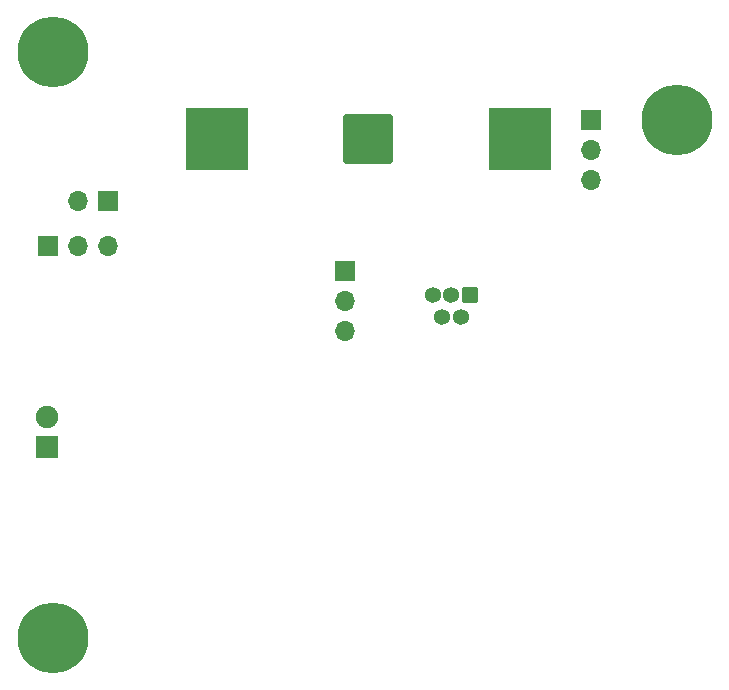
<source format=gbs>
G04 #@! TF.GenerationSoftware,KiCad,Pcbnew,7.0.9*
G04 #@! TF.CreationDate,2024-04-19T14:00:08+02:00*
G04 #@! TF.ProjectId,FishIoT,46697368-496f-4542-9e6b-696361645f70,rev?*
G04 #@! TF.SameCoordinates,Original*
G04 #@! TF.FileFunction,Soldermask,Bot*
G04 #@! TF.FilePolarity,Negative*
%FSLAX46Y46*%
G04 Gerber Fmt 4.6, Leading zero omitted, Abs format (unit mm)*
G04 Created by KiCad (PCBNEW 7.0.9) date 2024-04-19 14:00:08*
%MOMM*%
%LPD*%
G01*
G04 APERTURE LIST*
G04 Aperture macros list*
%AMRoundRect*
0 Rectangle with rounded corners*
0 $1 Rounding radius*
0 $2 $3 $4 $5 $6 $7 $8 $9 X,Y pos of 4 corners*
0 Add a 4 corners polygon primitive as box body*
4,1,4,$2,$3,$4,$5,$6,$7,$8,$9,$2,$3,0*
0 Add four circle primitives for the rounded corners*
1,1,$1+$1,$2,$3*
1,1,$1+$1,$4,$5*
1,1,$1+$1,$6,$7*
1,1,$1+$1,$8,$9*
0 Add four rect primitives between the rounded corners*
20,1,$1+$1,$2,$3,$4,$5,0*
20,1,$1+$1,$4,$5,$6,$7,0*
20,1,$1+$1,$6,$7,$8,$9,0*
20,1,$1+$1,$8,$9,$2,$3,0*%
G04 Aperture macros list end*
%ADD10RoundRect,0.102000X0.579000X0.579000X-0.579000X0.579000X-0.579000X-0.579000X0.579000X-0.579000X0*%
%ADD11C,1.362000*%
%ADD12C,0.800000*%
%ADD13C,6.000000*%
%ADD14R,1.700000X1.700000*%
%ADD15O,1.700000X1.700000*%
%ADD16RoundRect,0.076200X-0.877500X0.877500X-0.877500X-0.877500X0.877500X-0.877500X0.877500X0.877500X0*%
%ADD17C,1.907400*%
%ADD18RoundRect,0.102000X1.980000X1.980000X-1.980000X1.980000X-1.980000X-1.980000X1.980000X-1.980000X0*%
%ADD19RoundRect,0.102000X2.540000X2.540000X-2.540000X2.540000X-2.540000X-2.540000X2.540000X-2.540000X0*%
G04 APERTURE END LIST*
D10*
X205980200Y-80154200D03*
D11*
X205180200Y-81954200D03*
X204380200Y-80154200D03*
X203580200Y-81954200D03*
X202780200Y-80154200D03*
D12*
X221203010Y-65344990D03*
X221862020Y-63754000D03*
X221862020Y-66935980D03*
X223453010Y-63094990D03*
D13*
X223453010Y-65344990D03*
D12*
X223453010Y-67594990D03*
X225044000Y-63754000D03*
X225044000Y-66935980D03*
X225703010Y-65344990D03*
D14*
X195326000Y-78079600D03*
D15*
X195326000Y-80619600D03*
X195326000Y-83159600D03*
D12*
X168375550Y-59525000D03*
X169034560Y-57934010D03*
X169034560Y-61115990D03*
X170625550Y-57275000D03*
D13*
X170625550Y-59525000D03*
D12*
X170625550Y-61775000D03*
X172216540Y-57934010D03*
X172216540Y-61115990D03*
X172875550Y-59525000D03*
D14*
X170180000Y-75946000D03*
D15*
X172720000Y-75946000D03*
X175260000Y-75946000D03*
D12*
X168375550Y-109175000D03*
X169034560Y-107584010D03*
X169034560Y-110765990D03*
X170625550Y-106925000D03*
D13*
X170625550Y-109175000D03*
D12*
X170625550Y-111425000D03*
X172216540Y-107584010D03*
X172216540Y-110765990D03*
X172875550Y-109175000D03*
D14*
X216154000Y-65278000D03*
D15*
X216154000Y-67818000D03*
X216154000Y-70358000D03*
D16*
X170165550Y-92964000D03*
D17*
X170165550Y-90424000D03*
D14*
X175265000Y-72136000D03*
D15*
X172725000Y-72136000D03*
D18*
X197334600Y-66954400D03*
D19*
X210159600Y-66954400D03*
X184509600Y-66954400D03*
M02*

</source>
